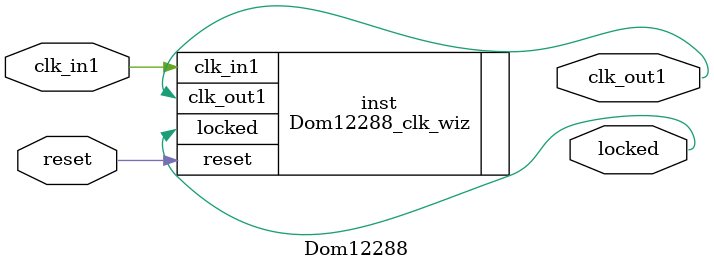
<source format=v>


`timescale 1ps/1ps

(* CORE_GENERATION_INFO = "Dom12288,clk_wiz_v6_0_4_0_0,{component_name=Dom12288,use_phase_alignment=true,use_min_o_jitter=false,use_max_i_jitter=false,use_dyn_phase_shift=false,use_inclk_switchover=false,use_dyn_reconfig=false,enable_axi=0,feedback_source=FDBK_AUTO,PRIMITIVE=PLL,num_out_clk=1,clkin1_period=8.000,clkin2_period=10.0,use_power_down=false,use_reset=true,use_locked=true,use_inclk_stopped=false,feedback_type=SINGLE,CLOCK_MGR_TYPE=NA,manual_override=false}" *)

module Dom12288 
 (
  // Clock out ports
  output        clk_out1,
  // Status and control signals
  input         reset,
  output        locked,
 // Clock in ports
  input         clk_in1
 );

  Dom12288_clk_wiz inst
  (
  // Clock out ports  
  .clk_out1(clk_out1),
  // Status and control signals               
  .reset(reset), 
  .locked(locked),
 // Clock in ports
  .clk_in1(clk_in1)
  );

endmodule

</source>
